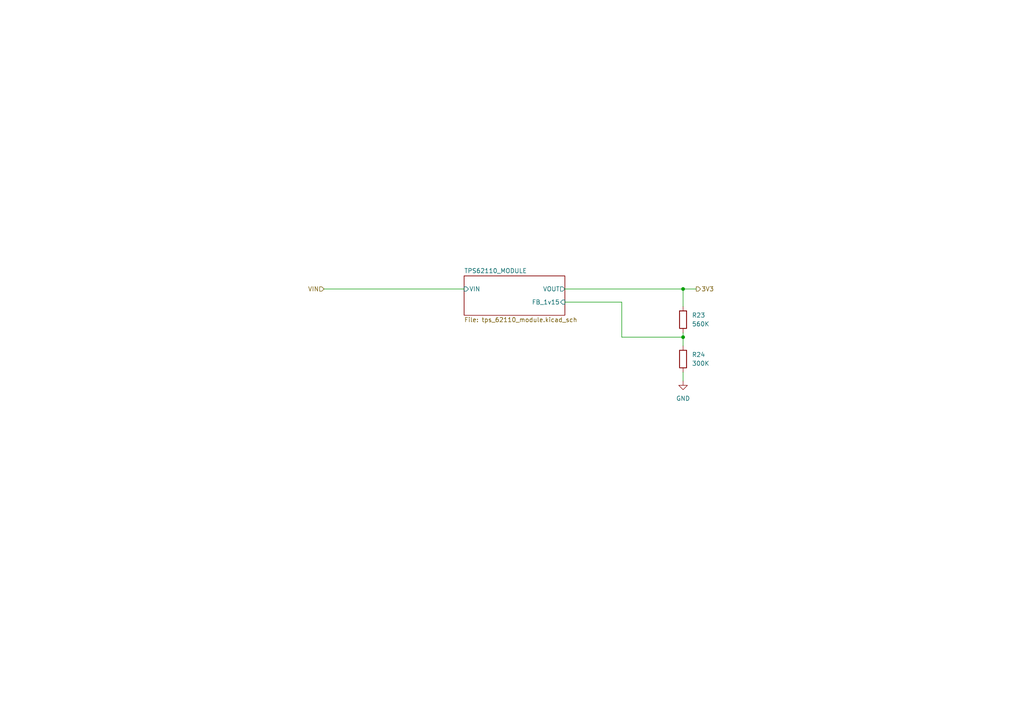
<source format=kicad_sch>
(kicad_sch (version 20230121) (generator eeschema)
  (paper "A4")
  (lib_symbols
    (symbol "Device:R" (pin_numbers hide) (pin_names (offset 0))
      (property "Reference" "R" (at 2.032 0 90))
      (property "Value" "R" (at 0 0 90))
      (symbol "R_0_1"
        (rectangle (start -1.016 -2.54) (end 1.016 2.54) (stroke (width 0.254)))
      )
      (symbol "R_1_1"
        (pin passive line (at 0 3.81 270) (length 1.27) (name "~") (number "1"))
        (pin passive line (at 0 -3.81 90) (length 1.27) (name "~") (number "2"))
      )
    )
    (symbol "power:GND" (power) (pin_names (offset 0))
      (property "Value" "GND" (at 0 -3.81 0))
      (symbol "GND_0_1"
        (polyline (pts (xy 0 0) (xy 0 -1.27) (xy 1.27 -1.27) (xy 0 -2.54) (xy -1.27 -1.27) (xy 0 -1.27)))
      )
      (symbol "GND_1_1"
        (pin power_in line (at 0 0 270) (length 0) hide (name "GND") (number "1"))
      )
    )
  )
  (junction (at 198.12 83.82))
  (junction (at 198.12 97.79))
  (wire (pts (xy 180.34 87.63) (xy 180.34 97.79)))
  (wire (pts (xy 180.34 97.79) (xy 198.12 97.79)))
  (wire (pts (xy 163.83 83.82) (xy 198.12 83.82)))
  (wire (pts (xy 180.34 87.63) (xy 163.83 87.63)))
  (wire (pts (xy 198.12 110.49) (xy 198.12 107.95)))
  (wire (pts (xy 198.12 97.79) (xy 198.12 100.33)))
  (wire (pts (xy 198.12 88.9) (xy 198.12 83.82)))
  (wire (pts (xy 198.12 83.82) (xy 201.93 83.82)))
  (wire (pts (xy 93.98 83.82) (xy 134.62 83.82)))
  (wire (pts (xy 198.12 96.52) (xy 198.12 97.79)))
  (hierarchical_label "3V3" (shape output) (at 201.93 83.82 0))
  (hierarchical_label "VIN" (shape input) (at 93.98 83.82 180))
  (symbol (lib_id "Device:R") (at 198.12 92.71 0) (unit 1)
    (property "Reference" "R23" (at 200.66 91.4399 0) (effects (justify left)))
    (property "Value" "560K" (at 200.66 93.9799 0) (effects (justify left)))
    (property "Footprint" "Resistor_SMD:R_1206_3216Metric" (effects hide))
  )
  (symbol (lib_id "Device:R") (at 198.12 104.14 0) (unit 1)
    (property "Reference" "R24" (at 200.66 102.8699 0) (effects (justify left)))
    (property "Value" "300K" (at 200.66 105.4099 0) (effects (justify left)))
    (property "Footprint" "Resistor_SMD:R_1206_3216Metric" (effects hide))
  )
  (symbol (lib_id "power:GND") (at 198.12 110.49 0) (unit 1)
    (property "Reference" "#PWR047" (effects hide))
    (property "Value" "GND" (at 198.12 115.57 0))
  )
  (sheet (at 134.62 80.01) (size 29.21 11.43) (stroke (width 0.1524))
    (property "Sheetname" "TPS62110_MODULE" (at 134.62 79.2984 0) (effects (justify left bottom)))
    (property "Sheetfile" "tps_62110_module.kicad_sch" (at 134.62 92.0246 0) (effects (justify left top)))
    (pin "VIN" input (at 134.62 83.82 180))
    (pin "VOUT" output (at 163.83 83.82 0))
    (pin "FB_1v15" input (at 163.83 87.63 0))
  )
)
</source>
